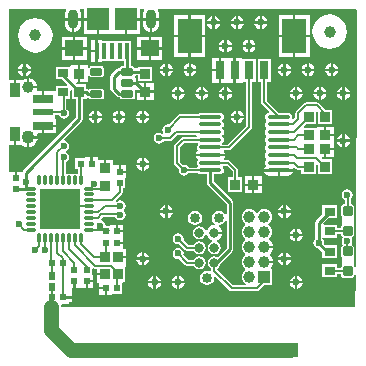
<source format=gtl>
G04*
G04 #@! TF.GenerationSoftware,Altium Limited,Altium Designer,18.1.6 (161)*
G04*
G04 Layer_Physical_Order=1*
G04 Layer_Color=255*
%FSLAX44Y44*%
%MOMM*%
G71*
G01*
G75*
%ADD10C,0.2000*%
%ADD11C,0.2500*%
%ADD19R,0.9300X0.7900*%
%ADD20R,0.9200X0.9300*%
%ADD21R,0.9300X0.9200*%
%ADD22O,2.0000X0.3500*%
%ADD23R,0.6100X0.6300*%
%ADD24O,0.8500X0.3000*%
%ADD25O,0.3000X0.8500*%
%ADD26R,3.5000X3.5000*%
%ADD27R,0.8500X0.9500*%
%ADD28R,0.6300X0.6100*%
%ADD29R,0.5000X0.6500*%
G04:AMPARAMS|DCode=30|XSize=0.8mm|YSize=0.8mm|CornerRadius=0.1mm|HoleSize=0mm|Usage=FLASHONLY|Rotation=90.000|XOffset=0mm|YOffset=0mm|HoleType=Round|Shape=RoundedRectangle|*
%AMROUNDEDRECTD30*
21,1,0.8000,0.6000,0,0,90.0*
21,1,0.6000,0.8000,0,0,90.0*
1,1,0.2000,0.3000,0.3000*
1,1,0.2000,0.3000,-0.3000*
1,1,0.2000,-0.3000,-0.3000*
1,1,0.2000,-0.3000,0.3000*
%
%ADD30ROUNDEDRECTD30*%
%ADD31R,1.8000X0.7500*%
%ADD32R,1.8000X0.6000*%
%ADD33R,0.9000X1.3000*%
G04:AMPARAMS|DCode=34|XSize=0.6mm|YSize=1mm|CornerRadius=0.075mm|HoleSize=0mm|Usage=FLASHONLY|Rotation=90.000|XOffset=0mm|YOffset=0mm|HoleType=Round|Shape=RoundedRectangle|*
%AMROUNDEDRECTD34*
21,1,0.6000,0.8500,0,0,90.0*
21,1,0.4500,1.0000,0,0,90.0*
1,1,0.1500,0.4250,0.2250*
1,1,0.1500,0.4250,-0.2250*
1,1,0.1500,-0.4250,-0.2250*
1,1,0.1500,-0.4250,0.2250*
%
%ADD34ROUNDEDRECTD34*%
%ADD35R,0.8000X1.6000*%
%ADD36R,2.1000X3.0000*%
%ADD37R,0.4000X1.3500*%
%ADD38R,1.9000X1.9000*%
%ADD39R,1.6000X1.4000*%
%ADD62C,0.8500*%
%ADD67C,0.8000*%
%ADD68C,0.1800*%
%ADD69C,0.1530*%
%ADD70C,1.2700*%
%ADD71R,0.7000X1.2700*%
%ADD72C,1.1000*%
%ADD73C,1.0000*%
%ADD74O,0.9000X1.6000*%
%ADD75R,1.0000X1.0000*%
%ADD76C,0.6000*%
%ADD77C,0.6096*%
G36*
X297433Y296551D02*
X296328Y78703D01*
X295057Y78581D01*
X294915Y79295D01*
X294560Y79827D01*
Y87813D01*
X294915Y88345D01*
X295109Y89320D01*
Y95320D01*
X294915Y96295D01*
X294362Y97122D01*
X293535Y97675D01*
X293112Y99054D01*
X293239Y99244D01*
X293588Y101000D01*
X293239Y102756D01*
X293153Y102884D01*
X293535Y104255D01*
X294362Y104808D01*
X294915Y105635D01*
X295109Y106610D01*
Y112610D01*
X294915Y113585D01*
X294560Y114117D01*
Y122103D01*
X294915Y122635D01*
X295109Y123610D01*
Y129610D01*
X294915Y130585D01*
X294362Y131412D01*
X293535Y131965D01*
X292560Y132159D01*
X292007D01*
Y136530D01*
X292344Y136756D01*
X293339Y138244D01*
X293688Y140000D01*
X293339Y141756D01*
X292344Y143244D01*
X290856Y144239D01*
X289100Y144588D01*
X287344Y144239D01*
X285856Y143244D01*
X284861Y141756D01*
X284512Y140000D01*
X284861Y138244D01*
X285856Y136756D01*
X287113Y135916D01*
Y132159D01*
X286560D01*
X285585Y131965D01*
X284758Y131412D01*
X284205Y130585D01*
X284011Y129610D01*
Y123610D01*
X284205Y122635D01*
X284560Y122103D01*
Y114117D01*
X284205Y113585D01*
X284011Y112610D01*
Y112057D01*
X280470D01*
Y114780D01*
X269131D01*
X268605Y116050D01*
X272835Y120280D01*
X280470D01*
Y131180D01*
X268170D01*
Y123545D01*
X263017Y118393D01*
X262410Y117483D01*
X262196Y116410D01*
Y102539D01*
X261756Y102244D01*
X260761Y100756D01*
X260412Y99000D01*
X260761Y97244D01*
X261756Y95756D01*
X263244Y94761D01*
X265000Y94412D01*
X265520Y94515D01*
X268130Y91905D01*
Y86570D01*
X280430D01*
Y97470D01*
X270495D01*
X269485Y98480D01*
X269588Y99000D01*
X269239Y100756D01*
X268244Y102244D01*
X267804Y102539D01*
Y102762D01*
X268170Y103880D01*
X269074Y103880D01*
X280470D01*
Y107163D01*
X284011D01*
Y106610D01*
X284205Y105635D01*
X284758Y104808D01*
X285585Y104255D01*
X285653Y104090D01*
X284761Y102756D01*
X284412Y101000D01*
X284761Y99244D01*
X285088Y98755D01*
X285585Y97675D01*
X284758Y97122D01*
X284205Y96295D01*
X284011Y95320D01*
Y89320D01*
X284205Y88345D01*
X284560Y87813D01*
Y79827D01*
X284205Y79295D01*
X284011Y78320D01*
Y77767D01*
X280430D01*
Y81070D01*
X268130D01*
Y70170D01*
X280430D01*
Y72873D01*
X284011D01*
Y72320D01*
X284205Y71345D01*
X284758Y70518D01*
X285585Y69965D01*
X286560Y69771D01*
X292560D01*
X293535Y69965D01*
X294362Y70518D01*
X294915Y71345D01*
X295023Y71888D01*
X296292Y71760D01*
X296159Y45400D01*
X47107D01*
X46737Y46670D01*
X47605Y47690D01*
X53891D01*
Y49000D01*
X56369D01*
Y61340D01*
X57215D01*
Y66890D01*
X59215D01*
Y61340D01*
X67658D01*
Y66890D01*
X68658D01*
Y67890D01*
X74308D01*
Y72440D01*
X73308D01*
Y77312D01*
X74578Y77991D01*
X74790Y77849D01*
X75727Y77663D01*
X76961D01*
Y73760D01*
X83711D01*
Y71760D01*
X76961D01*
Y65510D01*
X79311D01*
Y61960D01*
X84861D01*
Y60960D01*
X85861D01*
Y55310D01*
X90411D01*
Y56310D01*
X98611D01*
Y65610D01*
X99504Y66510D01*
X100961D01*
Y79010D01*
X101613Y80010D01*
X101961D01*
Y86260D01*
X95211D01*
Y88260D01*
X101961D01*
Y94510D01*
X99611D01*
Y98060D01*
X94061D01*
Y100060D01*
X99611D01*
Y103570D01*
Y108220D01*
X94061D01*
Y109220D01*
X93061D01*
Y114870D01*
X88511D01*
Y113870D01*
X84761D01*
X84588Y114081D01*
X84239Y115837D01*
X83244Y117325D01*
X81756Y118320D01*
X81169Y118437D01*
X80751Y119815D01*
X82014Y121077D01*
X92946D01*
X93756Y119866D01*
X95244Y118871D01*
X97000Y118522D01*
X98756Y118871D01*
X100244Y119866D01*
X101239Y121354D01*
X101588Y123110D01*
X101239Y124866D01*
X100244Y126354D01*
X100146Y126420D01*
Y127690D01*
X100244Y127756D01*
X101239Y129244D01*
X101588Y131000D01*
X101239Y132756D01*
X100244Y134244D01*
X98756Y135239D01*
X97000Y135588D01*
X95244Y135239D01*
X93817Y134285D01*
X93732Y134248D01*
X93335Y135594D01*
X98250Y140510D01*
X98781Y141304D01*
X98967Y142240D01*
Y145790D01*
X101170D01*
Y153990D01*
X102170D01*
Y158540D01*
X96520D01*
Y159540D01*
X95520D01*
Y165090D01*
X90970D01*
Y169520D01*
X84820D01*
Y162420D01*
X82820D01*
Y169520D01*
X78250D01*
Y172020D01*
X73700D01*
Y166370D01*
X71700D01*
Y172020D01*
X67150D01*
Y171020D01*
X58950D01*
Y161720D01*
X61272D01*
Y158488D01*
X60002Y157809D01*
X59752Y157976D01*
X58581Y158209D01*
X57411Y157976D01*
X56418Y157313D01*
X55744D01*
X54752Y157976D01*
X53581Y158209D01*
X52411Y157976D01*
X52298Y157901D01*
X51028Y158580D01*
Y167943D01*
X52244Y168756D01*
X53239Y170244D01*
X53588Y172000D01*
X53239Y173756D01*
X52244Y175244D01*
X50943Y176113D01*
X50840Y176805D01*
X50943Y177496D01*
X52244Y178366D01*
X53239Y179854D01*
X53588Y181610D01*
X53239Y183366D01*
X52244Y184854D01*
X50756Y185849D01*
X49868Y186026D01*
X49450Y187404D01*
X64213Y202166D01*
X64820Y203076D01*
X65034Y204149D01*
Y221300D01*
X68380D01*
Y221420D01*
X69391Y222340D01*
X69592Y222337D01*
X70658Y222086D01*
X70998Y221578D01*
X71742Y221081D01*
X72620Y220906D01*
X81120D01*
X81998Y221081D01*
X82742Y221578D01*
X83239Y222322D01*
X83414Y223200D01*
Y227700D01*
X83239Y228578D01*
X82742Y229322D01*
X81998Y229819D01*
X81120Y229994D01*
X72620D01*
X71742Y229819D01*
X70998Y229322D01*
X70038Y229228D01*
X69843Y229423D01*
X68933Y230030D01*
X68380Y230140D01*
Y233500D01*
X60231D01*
X59703Y234164D01*
X60251Y235400D01*
X61230D01*
Y242500D01*
Y249600D01*
X55080D01*
X54491Y248600D01*
X42191D01*
Y237700D01*
X47895D01*
X52221Y233373D01*
X51735Y232200D01*
X42191D01*
Y227670D01*
X32350D01*
Y221420D01*
X30350D01*
Y227670D01*
X26861D01*
X26156Y228726D01*
X26357Y229212D01*
X26483Y230170D01*
X19050D01*
Y231170D01*
X18050D01*
Y238603D01*
X17092Y238477D01*
X15268Y237721D01*
X14875Y237420D01*
X9050D01*
Y228420D01*
X7050D01*
Y237420D01*
X2549D01*
Y297451D01*
X50759D01*
X51385Y296181D01*
X50886Y295530D01*
X50180Y293827D01*
X49940Y292000D01*
Y289500D01*
X57000D01*
X64060D01*
Y292000D01*
X63820Y293827D01*
X63115Y295530D01*
X62615Y296181D01*
X63241Y297451D01*
X66000D01*
Y289500D01*
X78000D01*
Y288500D01*
X79000D01*
Y276500D01*
X90000D01*
Y276500D01*
X90000D01*
Y276500D01*
X101000D01*
Y288500D01*
X102000D01*
Y289500D01*
X114000D01*
Y297451D01*
X116759D01*
X117385Y296181D01*
X116885Y295530D01*
X116180Y293827D01*
X115940Y292000D01*
Y289500D01*
X123000D01*
X130060D01*
Y292000D01*
X129820Y293827D01*
X129115Y295530D01*
X128615Y296181D01*
X129241Y297451D01*
X296538D01*
X297433Y296551D01*
D02*
G37*
G36*
X56080Y228728D02*
Y221300D01*
X59426D01*
Y205310D01*
X15017Y160902D01*
X14410Y159992D01*
X14318Y159530D01*
X9890D01*
Y153980D01*
X7890D01*
Y159530D01*
X3240D01*
X2549Y160514D01*
Y182420D01*
X7050D01*
Y191420D01*
X9050D01*
Y182420D01*
X14054D01*
X15015Y181682D01*
X16962Y180876D01*
X18050Y180733D01*
Y188670D01*
X19050D01*
Y189670D01*
X26987D01*
X26844Y190758D01*
X26697Y191114D01*
X27402Y192170D01*
X30350D01*
Y198420D01*
X31350D01*
Y199420D01*
X42850D01*
Y204670D01*
X42809D01*
X41850Y205420D01*
Y207473D01*
X44716D01*
X44761Y207244D01*
X45756Y205756D01*
X47244Y204761D01*
X49000Y204412D01*
X50756Y204761D01*
X52244Y205756D01*
X53239Y207244D01*
X53588Y209000D01*
X53239Y210756D01*
X52244Y212244D01*
X51447Y212777D01*
Y221300D01*
X54491D01*
Y228286D01*
X55761Y228950D01*
X56080Y228728D01*
D02*
G37*
%LPC*%
G36*
X217000Y291409D02*
Y287000D01*
X221409D01*
X221181Y288146D01*
X219965Y289966D01*
X218146Y291181D01*
X217000Y291409D01*
D02*
G37*
G36*
X215000D02*
X213854Y291181D01*
X212035Y289966D01*
X210819Y288146D01*
X210591Y287000D01*
X215000D01*
Y291409D01*
D02*
G37*
G36*
X197000D02*
Y287000D01*
X201409D01*
X201181Y288146D01*
X199965Y289966D01*
X198146Y291181D01*
X197000Y291409D01*
D02*
G37*
G36*
X195000D02*
X193854Y291181D01*
X192035Y289966D01*
X190819Y288146D01*
X190591Y287000D01*
X195000D01*
Y291409D01*
D02*
G37*
G36*
X177000D02*
Y287000D01*
X181409D01*
X181181Y288146D01*
X179965Y289966D01*
X178146Y291181D01*
X177000Y291409D01*
D02*
G37*
G36*
X175000D02*
X173854Y291181D01*
X172035Y289966D01*
X170819Y288146D01*
X170591Y287000D01*
X175000D01*
Y291409D01*
D02*
G37*
G36*
X221409Y285000D02*
X217000D01*
Y280592D01*
X218146Y280819D01*
X219965Y282035D01*
X221181Y283854D01*
X221409Y285000D01*
D02*
G37*
G36*
X215000D02*
X210591D01*
X210819Y283854D01*
X212035Y282035D01*
X213854Y280819D01*
X215000Y280592D01*
Y285000D01*
D02*
G37*
G36*
X201409D02*
X197000D01*
Y280592D01*
X198146Y280819D01*
X199965Y282035D01*
X201181Y283854D01*
X201409Y285000D01*
D02*
G37*
G36*
X195000D02*
X190591D01*
X190819Y283854D01*
X192035Y282035D01*
X193854Y280819D01*
X195000Y280592D01*
Y285000D01*
D02*
G37*
G36*
X181409D02*
X177000D01*
Y280592D01*
X178146Y280819D01*
X179965Y282035D01*
X181181Y283854D01*
X181409Y285000D01*
D02*
G37*
G36*
X175000D02*
X170591D01*
X170819Y283854D01*
X172035Y282035D01*
X173854Y280819D01*
X175000Y280592D01*
Y285000D01*
D02*
G37*
G36*
X64060Y287500D02*
X58000D01*
Y278071D01*
X58827Y278180D01*
X60530Y278885D01*
X61992Y280008D01*
X63115Y281470D01*
X63820Y283173D01*
X64060Y285000D01*
Y287500D01*
D02*
G37*
G36*
X130060D02*
X124000D01*
Y278071D01*
X124827Y278180D01*
X126530Y278885D01*
X127992Y280008D01*
X129115Y281470D01*
X129820Y283173D01*
X130060Y285000D01*
Y287500D01*
D02*
G37*
G36*
X122000D02*
X115940D01*
Y285000D01*
X116180Y283173D01*
X116885Y281470D01*
X118008Y280008D01*
X119470Y278885D01*
X121173Y278180D01*
X122000Y278071D01*
Y287500D01*
D02*
G37*
G36*
X56000D02*
X49940D01*
Y285000D01*
X50180Y283173D01*
X50886Y281470D01*
X52007Y280008D01*
X53470Y278885D01*
X55173Y278180D01*
X56000Y278071D01*
Y287500D01*
D02*
G37*
G36*
X114000D02*
X103000D01*
Y276500D01*
X114000D01*
Y287500D01*
D02*
G37*
G36*
X77000D02*
X66000D01*
Y276500D01*
X77000D01*
Y287500D01*
D02*
G37*
G36*
X257250Y292000D02*
X245250D01*
Y275500D01*
X257250D01*
Y292000D01*
D02*
G37*
G36*
X168750D02*
X156750D01*
Y275500D01*
X168750D01*
Y292000D01*
D02*
G37*
G36*
X154750D02*
X142750D01*
Y275500D01*
X154750D01*
Y292000D01*
D02*
G37*
G36*
X243250D02*
X231250D01*
Y275500D01*
X243250D01*
Y292000D01*
D02*
G37*
G36*
X207000Y271409D02*
Y267000D01*
X211409D01*
X211181Y268146D01*
X209965Y269966D01*
X208146Y271181D01*
X207000Y271409D01*
D02*
G37*
G36*
X205000D02*
X203854Y271181D01*
X202035Y269966D01*
X200819Y268146D01*
X200591Y267000D01*
X205000D01*
Y271409D01*
D02*
G37*
G36*
X187000D02*
Y267000D01*
X191409D01*
X191181Y268146D01*
X189965Y269966D01*
X188146Y271181D01*
X187000Y271409D01*
D02*
G37*
G36*
X185000D02*
X183854Y271181D01*
X182035Y269966D01*
X180819Y268146D01*
X180591Y267000D01*
X185000D01*
Y271409D01*
D02*
G37*
G36*
X132500Y273500D02*
X123000D01*
Y265000D01*
X132500D01*
Y273500D01*
D02*
G37*
G36*
X68500D02*
X59000D01*
Y265000D01*
X68500D01*
Y273500D01*
D02*
G37*
G36*
X57000D02*
X47500D01*
Y265000D01*
X57000D01*
Y273500D01*
D02*
G37*
G36*
X121000D02*
X111500D01*
Y265000D01*
X121000D01*
Y273500D01*
D02*
G37*
G36*
X274320Y292755D02*
X270535Y292257D01*
X267007Y290796D01*
X263979Y288472D01*
X261654Y285443D01*
X260193Y281915D01*
X259695Y278130D01*
X260193Y274345D01*
X261654Y270817D01*
X263979Y267789D01*
X267007Y265464D01*
X270535Y264003D01*
X274320Y263505D01*
X278105Y264003D01*
X281633Y265464D01*
X284662Y267789D01*
X286986Y270817D01*
X288447Y274345D01*
X288945Y278130D01*
X288447Y281915D01*
X286986Y285443D01*
X284662Y288472D01*
X281633Y290796D01*
X278105Y292257D01*
X274320Y292755D01*
D02*
G37*
G36*
X76000Y271000D02*
X72500D01*
Y262750D01*
X76000D01*
Y271000D01*
D02*
G37*
G36*
X211409Y265000D02*
X207000D01*
Y260592D01*
X208146Y260819D01*
X209965Y262035D01*
X211181Y263854D01*
X211409Y265000D01*
D02*
G37*
G36*
X205000D02*
X200591D01*
X200819Y263854D01*
X202035Y262035D01*
X203854Y260819D01*
X205000Y260592D01*
Y265000D01*
D02*
G37*
G36*
X191409D02*
X187000D01*
Y260592D01*
X188146Y260819D01*
X189965Y262035D01*
X191181Y263854D01*
X191409Y265000D01*
D02*
G37*
G36*
X185000D02*
X180591D01*
X180819Y263854D01*
X182035Y262035D01*
X183854Y260819D01*
X185000Y260592D01*
Y265000D01*
D02*
G37*
G36*
X25000Y289625D02*
X21215Y289127D01*
X17687Y287666D01*
X14658Y285341D01*
X12334Y282313D01*
X10873Y278785D01*
X10375Y275000D01*
X10873Y271215D01*
X12334Y267687D01*
X14658Y264659D01*
X17687Y262334D01*
X21215Y260873D01*
X25000Y260375D01*
X28785Y260873D01*
X32313Y262334D01*
X35341Y264659D01*
X37666Y267687D01*
X39127Y271215D01*
X39625Y275000D01*
X39127Y278785D01*
X37666Y282313D01*
X35341Y285341D01*
X32313Y287666D01*
X28785Y289127D01*
X25000Y289625D01*
D02*
G37*
G36*
X257250Y273500D02*
X245250D01*
Y257000D01*
X257250D01*
Y273500D01*
D02*
G37*
G36*
X243250D02*
X231250D01*
Y257000D01*
X243250D01*
Y273500D01*
D02*
G37*
G36*
X168750D02*
X156750D01*
Y257000D01*
X168750D01*
Y273500D01*
D02*
G37*
G36*
X154750D02*
X142750D01*
Y257000D01*
X154750D01*
Y273500D01*
D02*
G37*
G36*
X132500Y263000D02*
X123000D01*
Y254500D01*
X132500D01*
Y263000D01*
D02*
G37*
G36*
X121000D02*
X111500D01*
Y254500D01*
X121000D01*
Y263000D01*
D02*
G37*
G36*
X68500D02*
X59000D01*
Y254500D01*
X68500D01*
Y263000D01*
D02*
G37*
G36*
X57000D02*
X47500D01*
Y254500D01*
X57000D01*
Y263000D01*
D02*
G37*
G36*
X76000Y260750D02*
X72500D01*
Y252500D01*
X76000D01*
Y260750D01*
D02*
G37*
G36*
X277000Y251409D02*
Y247000D01*
X281409D01*
X281181Y248146D01*
X279966Y249965D01*
X278146Y251181D01*
X277000Y251409D01*
D02*
G37*
G36*
X275000D02*
X273854Y251181D01*
X272035Y249965D01*
X270819Y248146D01*
X270592Y247000D01*
X275000D01*
Y251409D01*
D02*
G37*
G36*
X257000D02*
Y247000D01*
X261409D01*
X261181Y248146D01*
X259965Y249965D01*
X258146Y251181D01*
X257000Y251409D01*
D02*
G37*
G36*
X255000D02*
X253854Y251181D01*
X252035Y249965D01*
X250819Y248146D01*
X250591Y247000D01*
X255000D01*
Y251409D01*
D02*
G37*
G36*
X237000D02*
Y247000D01*
X241409D01*
X241181Y248146D01*
X239965Y249965D01*
X238146Y251181D01*
X237000Y251409D01*
D02*
G37*
G36*
X235000D02*
X233854Y251181D01*
X232035Y249965D01*
X230819Y248146D01*
X230591Y247000D01*
X235000D01*
Y251409D01*
D02*
G37*
G36*
X157000D02*
Y247000D01*
X161409D01*
X161181Y248146D01*
X159965Y249965D01*
X158146Y251181D01*
X157000Y251409D01*
D02*
G37*
G36*
X155000D02*
X153854Y251181D01*
X152035Y249965D01*
X150819Y248146D01*
X150591Y247000D01*
X155000D01*
Y251409D01*
D02*
G37*
G36*
X137000D02*
Y247000D01*
X141409D01*
X141181Y248146D01*
X139965Y249965D01*
X138146Y251181D01*
X137000Y251409D01*
D02*
G37*
G36*
X135000D02*
X133854Y251181D01*
X132035Y249965D01*
X130819Y248146D01*
X130591Y247000D01*
X135000D01*
Y251409D01*
D02*
G37*
G36*
X17000D02*
Y247000D01*
X21409D01*
X21181Y248146D01*
X19965Y249965D01*
X18146Y251181D01*
X17000Y251409D01*
D02*
G37*
G36*
X15000D02*
X13854Y251181D01*
X12035Y249965D01*
X10819Y248146D01*
X10591Y247000D01*
X15000D01*
Y251409D01*
D02*
G37*
G36*
X180250Y256000D02*
X174750D01*
Y246500D01*
X180250D01*
Y256000D01*
D02*
G37*
G36*
X281409Y245000D02*
X277000D01*
Y240591D01*
X278146Y240819D01*
X279966Y242035D01*
X281181Y243854D01*
X281409Y245000D01*
D02*
G37*
G36*
X275000D02*
X270592D01*
X270819Y243854D01*
X272035Y242035D01*
X273854Y240819D01*
X275000Y240591D01*
Y245000D01*
D02*
G37*
G36*
X261409D02*
X257000D01*
Y240591D01*
X258146Y240819D01*
X259965Y242035D01*
X261181Y243854D01*
X261409Y245000D01*
D02*
G37*
G36*
X255000D02*
X250591D01*
X250819Y243854D01*
X252035Y242035D01*
X253854Y240819D01*
X255000Y240591D01*
Y245000D01*
D02*
G37*
G36*
X241409D02*
X237000D01*
Y240591D01*
X238146Y240819D01*
X239965Y242035D01*
X241181Y243854D01*
X241409Y245000D01*
D02*
G37*
G36*
X235000D02*
X230591D01*
X230819Y243854D01*
X232035Y242035D01*
X233854Y240819D01*
X235000Y240591D01*
Y245000D01*
D02*
G37*
G36*
X161409D02*
X157000D01*
Y240591D01*
X158146Y240819D01*
X159965Y242035D01*
X161181Y243854D01*
X161409Y245000D01*
D02*
G37*
G36*
X155000D02*
X150591D01*
X150819Y243854D01*
X152035Y242035D01*
X153854Y240819D01*
X155000Y240591D01*
Y245000D01*
D02*
G37*
G36*
X141409D02*
X137000D01*
Y240591D01*
X138146Y240819D01*
X139965Y242035D01*
X141181Y243854D01*
X141409Y245000D01*
D02*
G37*
G36*
X135000D02*
X130591D01*
X130819Y243854D01*
X132035Y242035D01*
X133854Y240819D01*
X135000Y240591D01*
Y245000D01*
D02*
G37*
G36*
X21409D02*
X17000D01*
Y240591D01*
X18146Y240819D01*
X19965Y242035D01*
X21181Y243854D01*
X21409Y245000D01*
D02*
G37*
G36*
X15000D02*
X10591D01*
X10819Y243854D01*
X12035Y242035D01*
X13854Y240819D01*
X15000Y240591D01*
Y245000D01*
D02*
G37*
G36*
X69380Y249600D02*
X63230D01*
Y242500D01*
Y235400D01*
X69380D01*
Y240887D01*
X69585Y240967D01*
X70650Y241098D01*
X70998Y240578D01*
X71742Y240081D01*
X72620Y239906D01*
X81120D01*
X81998Y240081D01*
X82742Y240578D01*
X83239Y241322D01*
X83414Y242200D01*
Y246700D01*
X83239Y247578D01*
X82742Y248322D01*
X81998Y248819D01*
X81120Y248994D01*
X72620D01*
X71742Y248819D01*
X70998Y248322D01*
X70650Y247801D01*
X69585Y247933D01*
X69380Y248013D01*
Y249600D01*
D02*
G37*
G36*
X81500Y271000D02*
X78000D01*
Y261750D01*
Y252500D01*
X81500D01*
Y253500D01*
X100196D01*
Y248994D01*
X98620D01*
X97742Y248819D01*
X96998Y248322D01*
X96501Y247578D01*
X96436Y247254D01*
X95877D01*
X94804Y247040D01*
X93894Y246433D01*
X89457Y241996D01*
X88850Y241086D01*
X88636Y240013D01*
Y229831D01*
X88850Y228758D01*
X89457Y227848D01*
X93838Y223467D01*
X94748Y222860D01*
X95821Y222646D01*
X96436D01*
X96501Y222322D01*
X96998Y221578D01*
X97742Y221081D01*
X98620Y220906D01*
X107120D01*
X107998Y221081D01*
X108742Y221578D01*
X109239Y222322D01*
X109414Y223200D01*
Y227700D01*
X109239Y228578D01*
X109192Y228648D01*
X109292Y229506D01*
X109690Y229804D01*
X110960Y229169D01*
Y228400D01*
X117110D01*
Y234500D01*
X111704D01*
X110960Y234500D01*
X110434Y235552D01*
Y237200D01*
X110181Y238468D01*
X109463Y239543D01*
X109567Y240719D01*
X110316Y241646D01*
X111960D01*
Y236400D01*
X124260D01*
Y248600D01*
X111960D01*
Y247254D01*
X109304D01*
X109239Y247578D01*
X108742Y248322D01*
X107998Y248819D01*
X107120Y248994D01*
X105804D01*
Y253500D01*
X106500D01*
Y270000D01*
X81500D01*
Y271000D01*
D02*
G37*
G36*
X180250Y244500D02*
X174750D01*
Y235000D01*
X180250D01*
Y244500D01*
D02*
G37*
G36*
X192750Y256000D02*
X182250D01*
Y245500D01*
Y235000D01*
X192750D01*
Y245500D01*
Y256000D01*
D02*
G37*
G36*
X20050Y238603D02*
Y232170D01*
X26483D01*
X26357Y233128D01*
X25601Y234952D01*
X24399Y236519D01*
X22832Y237721D01*
X21008Y238477D01*
X20050Y238603D01*
D02*
G37*
G36*
X119110Y234500D02*
Y228400D01*
X125260D01*
Y234500D01*
X119110D01*
D02*
G37*
G36*
X287000Y231409D02*
Y227000D01*
X291409D01*
X291181Y228146D01*
X289966Y229965D01*
X288146Y231181D01*
X287000Y231409D01*
D02*
G37*
G36*
X285000D02*
X283854Y231181D01*
X282035Y229965D01*
X280819Y228146D01*
X280592Y227000D01*
X285000D01*
Y231409D01*
D02*
G37*
G36*
X267000D02*
Y227000D01*
X271409D01*
X271181Y228146D01*
X269966Y229965D01*
X268146Y231181D01*
X267000Y231409D01*
D02*
G37*
G36*
X265000D02*
X263854Y231181D01*
X262035Y229965D01*
X260819Y228146D01*
X260592Y227000D01*
X265000D01*
Y231409D01*
D02*
G37*
G36*
X247000D02*
Y227000D01*
X251409D01*
X251181Y228146D01*
X249965Y229965D01*
X248146Y231181D01*
X247000Y231409D01*
D02*
G37*
G36*
X245000D02*
X243854Y231181D01*
X242035Y229965D01*
X240819Y228146D01*
X240591Y227000D01*
X245000D01*
Y231409D01*
D02*
G37*
G36*
X187000D02*
Y227000D01*
X191409D01*
X191181Y228146D01*
X189965Y229965D01*
X188146Y231181D01*
X187000Y231409D01*
D02*
G37*
G36*
X185000D02*
X183854Y231181D01*
X182035Y229965D01*
X180819Y228146D01*
X180591Y227000D01*
X185000D01*
Y231409D01*
D02*
G37*
G36*
X167000D02*
Y227000D01*
X171409D01*
X171181Y228146D01*
X169965Y229965D01*
X168146Y231181D01*
X167000Y231409D01*
D02*
G37*
G36*
X165000D02*
X163854Y231181D01*
X162035Y229965D01*
X160819Y228146D01*
X160591Y227000D01*
X165000D01*
Y231409D01*
D02*
G37*
G36*
X147000D02*
Y227000D01*
X151409D01*
X151181Y228146D01*
X149965Y229965D01*
X148146Y231181D01*
X147000Y231409D01*
D02*
G37*
G36*
X145000D02*
X143854Y231181D01*
X142035Y229965D01*
X140819Y228146D01*
X140591Y227000D01*
X145000D01*
Y231409D01*
D02*
G37*
G36*
X291409Y225000D02*
X287000D01*
Y220591D01*
X288146Y220819D01*
X289966Y222035D01*
X291181Y223854D01*
X291409Y225000D01*
D02*
G37*
G36*
X285000D02*
X280592D01*
X280819Y223854D01*
X282035Y222035D01*
X283854Y220819D01*
X285000Y220591D01*
Y225000D01*
D02*
G37*
G36*
X271409D02*
X267000D01*
Y220591D01*
X268146Y220819D01*
X269966Y222035D01*
X271181Y223854D01*
X271409Y225000D01*
D02*
G37*
G36*
X265000D02*
X260592D01*
X260819Y223854D01*
X262035Y222035D01*
X263854Y220819D01*
X265000Y220591D01*
Y225000D01*
D02*
G37*
G36*
X251409D02*
X247000D01*
Y220591D01*
X248146Y220819D01*
X249965Y222035D01*
X251181Y223854D01*
X251409Y225000D01*
D02*
G37*
G36*
X245000D02*
X240591D01*
X240819Y223854D01*
X242035Y222035D01*
X243854Y220819D01*
X245000Y220591D01*
Y225000D01*
D02*
G37*
G36*
X191409D02*
X187000D01*
Y220591D01*
X188146Y220819D01*
X189965Y222035D01*
X191181Y223854D01*
X191409Y225000D01*
D02*
G37*
G36*
X185000D02*
X180591D01*
X180819Y223854D01*
X182035Y222035D01*
X183854Y220819D01*
X185000Y220591D01*
Y225000D01*
D02*
G37*
G36*
X171409D02*
X167000D01*
Y220591D01*
X168146Y220819D01*
X169965Y222035D01*
X171181Y223854D01*
X171409Y225000D01*
D02*
G37*
G36*
X165000D02*
X160591D01*
X160819Y223854D01*
X162035Y222035D01*
X163854Y220819D01*
X165000Y220591D01*
Y225000D01*
D02*
G37*
G36*
X151409D02*
X147000D01*
Y220591D01*
X148146Y220819D01*
X149965Y222035D01*
X151181Y223854D01*
X151409Y225000D01*
D02*
G37*
G36*
X145000D02*
X140591D01*
X140819Y223854D01*
X142035Y222035D01*
X143854Y220819D01*
X145000Y220591D01*
Y225000D01*
D02*
G37*
G36*
X125260Y226400D02*
X119110D01*
Y220300D01*
X125260D01*
Y226400D01*
D02*
G37*
G36*
X117110D02*
X110960D01*
Y220300D01*
X117110D01*
Y226400D01*
D02*
G37*
G36*
X197000Y211409D02*
Y207000D01*
X201409D01*
X201181Y208146D01*
X199965Y209965D01*
X198146Y211181D01*
X197000Y211409D01*
D02*
G37*
G36*
X195000D02*
X193854Y211181D01*
X192035Y209965D01*
X190819Y208146D01*
X190591Y207000D01*
X195000D01*
Y211409D01*
D02*
G37*
G36*
X117000D02*
Y207000D01*
X121409D01*
X121181Y208146D01*
X119965Y209965D01*
X118146Y211181D01*
X117000Y211409D01*
D02*
G37*
G36*
X115000D02*
X113854Y211181D01*
X112035Y209965D01*
X110819Y208146D01*
X110591Y207000D01*
X115000D01*
Y211409D01*
D02*
G37*
G36*
X97000D02*
Y207000D01*
X101409D01*
X101181Y208146D01*
X99965Y209965D01*
X98146Y211181D01*
X97000Y211409D01*
D02*
G37*
G36*
X95000D02*
X93854Y211181D01*
X92035Y209965D01*
X90819Y208146D01*
X90591Y207000D01*
X95000D01*
Y211409D01*
D02*
G37*
G36*
X77000D02*
Y207000D01*
X81409D01*
X81181Y208146D01*
X79965Y209965D01*
X78146Y211181D01*
X77000Y211409D01*
D02*
G37*
G36*
X75000D02*
X73854Y211181D01*
X72035Y209965D01*
X70819Y208146D01*
X70591Y207000D01*
X75000D01*
Y211409D01*
D02*
G37*
G36*
X201409Y205000D02*
X197000D01*
Y200591D01*
X198146Y200819D01*
X199965Y202035D01*
X201181Y203854D01*
X201409Y205000D01*
D02*
G37*
G36*
X195000D02*
X190591D01*
X190819Y203854D01*
X192035Y202035D01*
X193854Y200819D01*
X195000Y200591D01*
Y205000D01*
D02*
G37*
G36*
X121409D02*
X117000D01*
Y200591D01*
X118146Y200819D01*
X119965Y202035D01*
X121181Y203854D01*
X121409Y205000D01*
D02*
G37*
G36*
X115000D02*
X110591D01*
X110819Y203854D01*
X112035Y202035D01*
X113854Y200819D01*
X115000Y200591D01*
Y205000D01*
D02*
G37*
G36*
X101409D02*
X97000D01*
Y200591D01*
X98146Y200819D01*
X99965Y202035D01*
X101181Y203854D01*
X101409Y205000D01*
D02*
G37*
G36*
X95000D02*
X90591D01*
X90819Y203854D01*
X92035Y202035D01*
X93854Y200819D01*
X95000Y200591D01*
Y205000D01*
D02*
G37*
G36*
X81409D02*
X77000D01*
Y200591D01*
X78146Y200819D01*
X79965Y202035D01*
X81181Y203854D01*
X81409Y205000D01*
D02*
G37*
G36*
X75000D02*
X70591D01*
X70819Y203854D01*
X72035Y202035D01*
X73854Y200819D01*
X75000Y200591D01*
Y205000D01*
D02*
G37*
G36*
X224250Y255000D02*
X213250D01*
Y236000D01*
X216303D01*
Y218580D01*
X216489Y217644D01*
X217020Y216850D01*
X223239Y210631D01*
X222623Y209450D01*
X221622Y209251D01*
X220547Y208533D01*
X219829Y207458D01*
X219576Y206190D01*
X219829Y204922D01*
X220547Y203847D01*
X220761Y203704D01*
Y202176D01*
X220547Y202033D01*
X219829Y200958D01*
X219576Y199690D01*
X219829Y198422D01*
X220547Y197347D01*
X220761Y197204D01*
Y195676D01*
X220547Y195533D01*
X219829Y194458D01*
X219576Y193190D01*
X219829Y191922D01*
X220547Y190847D01*
X220761Y190704D01*
Y189176D01*
X220547Y189033D01*
X219829Y187958D01*
X219576Y186690D01*
X219829Y185422D01*
X220547Y184347D01*
X220761Y184204D01*
Y182676D01*
X220547Y182533D01*
X219829Y181458D01*
X219576Y180190D01*
X219829Y178922D01*
X220547Y177847D01*
X220761Y177704D01*
Y176176D01*
X220547Y176033D01*
X219829Y174958D01*
X219576Y173690D01*
X219829Y172422D01*
X220547Y171347D01*
X220761Y171204D01*
Y169676D01*
X220547Y169533D01*
X219829Y168458D01*
X219576Y167190D01*
X219829Y165922D01*
X220547Y164847D01*
Y164236D01*
X219826Y163754D01*
X218887Y162348D01*
X218756Y161690D01*
X231140D01*
X243524D01*
X243393Y162348D01*
X243354Y162407D01*
X243924Y163840D01*
X244125Y163886D01*
X244142Y163878D01*
X245920Y162100D01*
X246714Y161569D01*
X247650Y161383D01*
X250390D01*
Y157870D01*
X262690D01*
Y165583D01*
X263960Y166221D01*
X264360Y165923D01*
Y157800D01*
X276660D01*
Y170000D01*
X268077D01*
X267548Y170664D01*
X268097Y171900D01*
X269510D01*
Y179000D01*
X270510D01*
Y180000D01*
X277660D01*
Y183540D01*
Y189640D01*
X270510D01*
Y190640D01*
X269510D01*
Y197740D01*
X263360D01*
Y197733D01*
X262690Y196740D01*
X252660D01*
X252174Y197913D01*
X253901Y199640D01*
X262690D01*
Y210165D01*
X263880Y210831D01*
X263960Y210835D01*
X264360Y210560D01*
Y199640D01*
X276660D01*
Y211840D01*
X270811D01*
X265020Y217630D01*
X264226Y218161D01*
X263290Y218347D01*
X254000D01*
X253064Y218161D01*
X252270Y217630D01*
X245920Y211280D01*
X245389Y210486D01*
X245203Y209550D01*
Y205484D01*
X242789Y203069D01*
X242723Y203097D01*
X242274Y204657D01*
X242451Y204922D01*
X242704Y206190D01*
X242451Y207458D01*
X241733Y208533D01*
X240658Y209251D01*
X239390Y209504D01*
X231287D01*
X221197Y219594D01*
Y236000D01*
X224250D01*
Y255000D01*
D02*
G37*
G36*
X277660Y197740D02*
X271510D01*
Y191640D01*
X277660D01*
Y197740D01*
D02*
G37*
G36*
X287000Y191409D02*
Y187000D01*
X291409D01*
X291181Y188146D01*
X289966Y189965D01*
X288146Y191181D01*
X287000Y191409D01*
D02*
G37*
G36*
X285000D02*
X283854Y191181D01*
X282035Y189965D01*
X280819Y188146D01*
X280592Y187000D01*
X285000D01*
Y191409D01*
D02*
G37*
G36*
X200250Y256000D02*
X200098Y256000D01*
X194750D01*
Y245500D01*
Y235000D01*
X200250D01*
X200902Y236000D01*
X201520Y236000D01*
X203803D01*
Y198264D01*
X188176Y182637D01*
X183578D01*
X183519Y182676D01*
Y184204D01*
X183733Y184347D01*
X184451Y185422D01*
X184704Y186690D01*
X184451Y187958D01*
X183733Y189033D01*
X183519Y189176D01*
Y190704D01*
X183733Y190847D01*
X184451Y191922D01*
X184704Y193190D01*
X184451Y194458D01*
X183733Y195533D01*
X183519Y195676D01*
Y197204D01*
X183733Y197347D01*
X184451Y198422D01*
X184704Y199690D01*
X184451Y200958D01*
X183733Y202033D01*
X183519Y202176D01*
Y203704D01*
X183733Y203847D01*
X184451Y204922D01*
X184704Y206190D01*
X184451Y207458D01*
X183733Y208533D01*
X182658Y209251D01*
X181390Y209504D01*
X164890D01*
X163622Y209251D01*
X162702Y208637D01*
X147970D01*
X147034Y208451D01*
X146240Y207920D01*
X137941Y199621D01*
X137000Y199808D01*
X135244Y199459D01*
X133756Y198464D01*
X132761Y196976D01*
X132412Y195220D01*
X132761Y193464D01*
X133207Y192796D01*
X132292Y191881D01*
X131756Y192239D01*
X130000Y192588D01*
X128244Y192239D01*
X126756Y191244D01*
X125761Y189756D01*
X125412Y188000D01*
X125761Y186244D01*
X126756Y184756D01*
X128244Y183761D01*
X130000Y183412D01*
X131756Y183761D01*
X133244Y184756D01*
X133777Y185553D01*
X139000D01*
X139936Y185739D01*
X140730Y186270D01*
X145204Y190743D01*
X161322D01*
X161846Y189473D01*
X161507Y189137D01*
X149860D01*
X148924Y188951D01*
X148130Y188420D01*
X143050Y183340D01*
X142519Y182546D01*
X142333Y181610D01*
Y167040D01*
X142519Y166104D01*
X143050Y165310D01*
X146569Y161790D01*
X146412Y161000D01*
X146761Y159244D01*
X147756Y157756D01*
X149244Y156761D01*
X151000Y156412D01*
X152756Y156761D01*
X154244Y157756D01*
X154570Y158243D01*
X162702D01*
X163622Y157629D01*
X164890Y157376D01*
X170336D01*
Y150260D01*
X170550Y149187D01*
X171157Y148277D01*
X187157Y132277D01*
Y123667D01*
X185887Y123282D01*
X184796Y124916D01*
X182811Y126242D01*
X180470Y126707D01*
X178129Y126242D01*
X176144Y124916D01*
X174818Y122931D01*
X174352Y120590D01*
X174818Y118249D01*
X176144Y116264D01*
X176895Y115763D01*
X176671Y114553D01*
X176593Y114437D01*
X174963Y114223D01*
X173382Y113568D01*
X172024Y112526D01*
X170982Y111168D01*
X170461Y109909D01*
X169154Y109970D01*
X169141Y110036D01*
X167925Y111855D01*
X166106Y113071D01*
X163960Y113498D01*
X161814Y113071D01*
X159995Y111855D01*
X158779Y110036D01*
X158352Y107890D01*
X158779Y105744D01*
X159995Y103925D01*
X161814Y102709D01*
X163960Y102282D01*
X166106Y102709D01*
X167925Y103925D01*
X169141Y105744D01*
X169154Y105810D01*
X170461Y105871D01*
X170982Y104612D01*
X172024Y103254D01*
X173382Y102212D01*
X174641Y101691D01*
X174580Y100384D01*
X174514Y100371D01*
X172695Y99155D01*
X171479Y97336D01*
X171052Y95190D01*
X171479Y93044D01*
X172695Y91225D01*
X174514Y90009D01*
X176660Y89582D01*
X178806Y90009D01*
X180625Y91225D01*
X181841Y93044D01*
X182268Y95190D01*
X181841Y97336D01*
X180625Y99155D01*
X178806Y100371D01*
X178740Y100384D01*
X178679Y101691D01*
X179938Y102212D01*
X181296Y103254D01*
X182338Y104612D01*
X182993Y106193D01*
X183084Y106890D01*
X176660D01*
Y108890D01*
X183084D01*
X182993Y109587D01*
X182338Y111168D01*
X181296Y112526D01*
X180349Y113252D01*
X180384Y113605D01*
X180768Y114532D01*
X182811Y114938D01*
X184796Y116264D01*
X185887Y117898D01*
X187157Y117513D01*
Y95161D01*
X179322Y87326D01*
X178806Y87671D01*
X176660Y88098D01*
X174514Y87671D01*
X172695Y86455D01*
X171479Y84636D01*
X171052Y82490D01*
X171479Y80344D01*
X172695Y78525D01*
X174213Y77510D01*
Y75926D01*
X173356Y75316D01*
X172979Y75223D01*
X172651Y75442D01*
X170310Y75908D01*
X167969Y75442D01*
X165984Y74116D01*
X164658Y72131D01*
X164192Y69790D01*
X164658Y67449D01*
X165984Y65464D01*
X167969Y64138D01*
X170310Y63672D01*
X172651Y64138D01*
X174636Y65464D01*
X175962Y67449D01*
X176427Y69790D01*
X176250Y70684D01*
X177420Y71309D01*
X189460Y59270D01*
X190254Y58739D01*
X191190Y58553D01*
X191882Y58691D01*
X213000D01*
X213884Y58866D01*
X214633Y59367D01*
X219366Y64100D01*
X225450D01*
Y77100D01*
X225172D01*
X224621Y78370D01*
X225501Y79518D01*
X226257Y81342D01*
X226383Y82300D01*
X218950D01*
Y84300D01*
X226383D01*
X226257Y85258D01*
X225501Y87082D01*
X224299Y88649D01*
X223822Y89015D01*
Y90285D01*
X224299Y90651D01*
X225501Y92218D01*
X226257Y94042D01*
X226383Y95000D01*
X218950D01*
Y97000D01*
X226383D01*
X226257Y97958D01*
X225501Y99782D01*
X224299Y101349D01*
X223216Y102180D01*
X223090Y103529D01*
X223170Y103745D01*
X223586Y104064D01*
X224628Y105422D01*
X225283Y107003D01*
X225506Y108700D01*
X225283Y110397D01*
X224628Y111978D01*
X223586Y113336D01*
X222228Y114378D01*
Y115722D01*
X223586Y116764D01*
X224628Y118122D01*
X225283Y119703D01*
X225506Y121400D01*
X225283Y123097D01*
X224628Y124678D01*
X223586Y126036D01*
X222228Y127078D01*
X220647Y127733D01*
X218950Y127956D01*
X217253Y127733D01*
X215672Y127078D01*
X214314Y126036D01*
X213272Y124678D01*
X211928D01*
X210886Y126036D01*
X209528Y127078D01*
X207947Y127733D01*
X206250Y127956D01*
X204553Y127733D01*
X202972Y127078D01*
X201614Y126036D01*
X200572Y124678D01*
X199917Y123097D01*
X199694Y121400D01*
X199917Y119703D01*
X200572Y118122D01*
X201614Y116764D01*
X202972Y115722D01*
Y114378D01*
X201614Y113336D01*
X200572Y111978D01*
X199917Y110397D01*
X199694Y108700D01*
X199917Y107003D01*
X200572Y105422D01*
X201614Y104064D01*
X202972Y103022D01*
Y101678D01*
X201614Y100636D01*
X200572Y99278D01*
X199917Y97697D01*
X199694Y96000D01*
X199917Y94303D01*
X200572Y92722D01*
X201614Y91364D01*
X202972Y90322D01*
Y88978D01*
X201614Y87936D01*
X200572Y86578D01*
X199917Y84997D01*
X199694Y83300D01*
X199917Y81603D01*
X200572Y80022D01*
X201614Y78664D01*
X202972Y77622D01*
Y76278D01*
X201614Y75236D01*
X200572Y73878D01*
X199917Y72297D01*
X199694Y70600D01*
X199917Y68903D01*
X200572Y67322D01*
X201614Y65964D01*
X202972Y64922D01*
X203800Y64579D01*
X203547Y63309D01*
X192341D01*
X179299Y76352D01*
X179387Y77698D01*
X180625Y78525D01*
X181841Y80344D01*
X182231Y82304D01*
X191944Y92017D01*
X192552Y92927D01*
X192765Y94000D01*
Y133439D01*
X192552Y134512D01*
X191944Y135421D01*
X175944Y151421D01*
Y157376D01*
X181390D01*
X182658Y157629D01*
X183733Y158347D01*
X184451Y159422D01*
X184704Y160690D01*
X184451Y161958D01*
X183733Y163033D01*
X184082Y164261D01*
X184715Y164881D01*
X187453D01*
X192071Y160263D01*
Y154740D01*
X188280D01*
Y142440D01*
X200480D01*
Y154740D01*
X196689D01*
Y161220D01*
X196514Y162104D01*
X196013Y162853D01*
X190043Y168823D01*
X189294Y169324D01*
X188410Y169499D01*
X185054D01*
X184714Y170138D01*
X184550Y170769D01*
X185393Y172032D01*
X185524Y172690D01*
X173140D01*
X160756D01*
X160887Y172032D01*
X161826Y170626D01*
X162547Y170144D01*
Y169533D01*
X161829Y168458D01*
X161576Y167190D01*
X161829Y165922D01*
X162547Y164847D01*
X162035Y163661D01*
X161507Y163137D01*
X154984D01*
X154244Y164244D01*
X152756Y165239D01*
X151000Y165588D01*
X149909Y165371D01*
X147227Y168054D01*
Y180596D01*
X150874Y184243D01*
X162702D01*
X162761Y184204D01*
Y182676D01*
X162547Y182533D01*
X161829Y181458D01*
X161576Y180190D01*
X161829Y178922D01*
X162547Y177847D01*
Y177236D01*
X161826Y176754D01*
X160887Y175348D01*
X160756Y174690D01*
X173140D01*
X185524D01*
X185393Y175348D01*
X184642Y176473D01*
X184985Y177453D01*
X185204Y177743D01*
X189190D01*
X190126Y177929D01*
X190920Y178460D01*
X207980Y195520D01*
X208511Y196314D01*
X208697Y197250D01*
Y236000D01*
X211750D01*
Y255000D01*
X200902Y255000D01*
X200250Y256000D01*
D02*
G37*
G36*
X291409Y185000D02*
X287000D01*
Y180591D01*
X288146Y180819D01*
X289966Y182035D01*
X291181Y183854D01*
X291409Y185000D01*
D02*
G37*
G36*
X285000D02*
X280592D01*
X280819Y183854D01*
X282035Y182035D01*
X283854Y180819D01*
X285000Y180591D01*
Y185000D01*
D02*
G37*
G36*
X277660Y178000D02*
X271510D01*
Y171900D01*
X277660D01*
Y178000D01*
D02*
G37*
G36*
X117000Y171409D02*
Y167000D01*
X121409D01*
X121181Y168146D01*
X119965Y169965D01*
X118146Y171181D01*
X117000Y171409D01*
D02*
G37*
G36*
X115000D02*
X113854Y171181D01*
X112035Y169965D01*
X110819Y168146D01*
X110591Y167000D01*
X115000D01*
Y171409D01*
D02*
G37*
G36*
X121409Y165000D02*
X117000D01*
Y160591D01*
X118146Y160819D01*
X119965Y162035D01*
X121181Y163854D01*
X121409Y165000D01*
D02*
G37*
G36*
X115000D02*
X110591D01*
X110819Y163854D01*
X112035Y162035D01*
X113854Y160819D01*
X115000Y160591D01*
Y165000D01*
D02*
G37*
G36*
X102170Y165090D02*
X97520D01*
Y160540D01*
X102170D01*
Y165090D01*
D02*
G37*
G36*
X243524Y159690D02*
X232140D01*
Y156357D01*
X239390D01*
X241048Y156687D01*
X242454Y157626D01*
X243393Y159032D01*
X243524Y159690D01*
D02*
G37*
G36*
X230140D02*
X218756D01*
X218887Y159032D01*
X219826Y157626D01*
X221232Y156687D01*
X222890Y156357D01*
X230140D01*
Y159690D01*
D02*
G37*
G36*
X216580Y155740D02*
X210480D01*
Y149590D01*
X216580D01*
Y155740D01*
D02*
G37*
G36*
X208480D02*
X202380D01*
Y149590D01*
X208480D01*
Y155740D01*
D02*
G37*
G36*
X216580Y147590D02*
X210480D01*
Y141440D01*
X216580D01*
Y147590D01*
D02*
G37*
G36*
X208480D02*
X202380D01*
Y141440D01*
X208480D01*
Y147590D01*
D02*
G37*
G36*
X237000Y131409D02*
Y127000D01*
X241409D01*
X241181Y128146D01*
X239965Y129965D01*
X238146Y131181D01*
X237000Y131409D01*
D02*
G37*
G36*
X235000D02*
X233854Y131181D01*
X232035Y129965D01*
X230819Y128146D01*
X230591Y127000D01*
X235000D01*
Y131409D01*
D02*
G37*
G36*
X137000D02*
Y127000D01*
X141409D01*
X141181Y128146D01*
X139965Y129965D01*
X138146Y131181D01*
X137000Y131409D01*
D02*
G37*
G36*
X135000D02*
X133854Y131181D01*
X132035Y129965D01*
X130819Y128146D01*
X130591Y127000D01*
X135000D01*
Y131409D01*
D02*
G37*
G36*
X241409Y125000D02*
X237000D01*
Y120591D01*
X238146Y120819D01*
X239965Y122035D01*
X241181Y123854D01*
X241409Y125000D01*
D02*
G37*
G36*
X235000D02*
X230591D01*
X230819Y123854D01*
X232035Y122035D01*
X233854Y120819D01*
X235000Y120591D01*
Y125000D01*
D02*
G37*
G36*
X141409D02*
X137000D01*
Y120591D01*
X138146Y120819D01*
X139965Y122035D01*
X141181Y123854D01*
X141409Y125000D01*
D02*
G37*
G36*
X135000D02*
X130591D01*
X130819Y123854D01*
X132035Y122035D01*
X133854Y120819D01*
X135000Y120591D01*
Y125000D01*
D02*
G37*
G36*
X160150Y126707D02*
X157809Y126242D01*
X155824Y124916D01*
X154498Y122931D01*
X154032Y120590D01*
X154498Y118249D01*
X155824Y116264D01*
X157809Y114938D01*
X160150Y114473D01*
X162491Y114938D01*
X164476Y116264D01*
X165802Y118249D01*
X166268Y120590D01*
X165802Y122931D01*
X164476Y124916D01*
X162491Y126242D01*
X160150Y126707D01*
D02*
G37*
G36*
X99611Y114870D02*
X95061D01*
Y110220D01*
X99611D01*
Y114870D01*
D02*
G37*
G36*
X247000Y111409D02*
Y107000D01*
X251409D01*
X251181Y108146D01*
X249965Y109965D01*
X248146Y111181D01*
X247000Y111409D01*
D02*
G37*
G36*
X245000D02*
X243854Y111181D01*
X242035Y109965D01*
X240819Y108146D01*
X240591Y107000D01*
X245000D01*
Y111409D01*
D02*
G37*
G36*
X251409Y105000D02*
X247000D01*
Y100591D01*
X248146Y100819D01*
X249965Y102035D01*
X251181Y103854D01*
X251409Y105000D01*
D02*
G37*
G36*
X245000D02*
X240591D01*
X240819Y103854D01*
X242035Y102035D01*
X243854Y100819D01*
X245000Y100591D01*
Y105000D01*
D02*
G37*
G36*
X146000Y107588D02*
X144244Y107239D01*
X142756Y106244D01*
X141761Y104756D01*
X141412Y103000D01*
X141761Y101244D01*
X142756Y99756D01*
X144244Y98761D01*
X146000Y98412D01*
X146940Y98599D01*
X152080Y93460D01*
X152874Y92929D01*
X153810Y92743D01*
X158980D01*
X159995Y91225D01*
X161814Y90009D01*
X163960Y89582D01*
X166106Y90009D01*
X167925Y91225D01*
X169141Y93044D01*
X169568Y95190D01*
X169141Y97336D01*
X167925Y99155D01*
X166106Y100371D01*
X163960Y100798D01*
X161814Y100371D01*
X159995Y99155D01*
X158980Y97637D01*
X154824D01*
X150401Y102059D01*
X150588Y103000D01*
X150239Y104756D01*
X149244Y106244D01*
X147756Y107239D01*
X146000Y107588D01*
D02*
G37*
G36*
X237000Y91409D02*
Y87000D01*
X241409D01*
X241181Y88146D01*
X239965Y89965D01*
X238146Y91181D01*
X237000Y91409D01*
D02*
G37*
G36*
X235000D02*
X233854Y91181D01*
X232035Y89965D01*
X230819Y88146D01*
X230591Y87000D01*
X235000D01*
Y91409D01*
D02*
G37*
G36*
X117000D02*
Y87000D01*
X121409D01*
X121181Y88146D01*
X119965Y89965D01*
X118146Y91181D01*
X117000Y91409D01*
D02*
G37*
G36*
X115000D02*
X113854Y91181D01*
X112035Y89965D01*
X110819Y88146D01*
X110591Y87000D01*
X115000D01*
Y91409D01*
D02*
G37*
G36*
X241409Y85000D02*
X237000D01*
Y80591D01*
X238146Y80819D01*
X239965Y82035D01*
X241181Y83854D01*
X241409Y85000D01*
D02*
G37*
G36*
X235000D02*
X230591D01*
X230819Y83854D01*
X232035Y82035D01*
X233854Y80819D01*
X235000Y80591D01*
Y85000D01*
D02*
G37*
G36*
X121409D02*
X117000D01*
Y80591D01*
X118146Y80819D01*
X119965Y82035D01*
X121181Y83854D01*
X121409Y85000D01*
D02*
G37*
G36*
X115000D02*
X110591D01*
X110819Y83854D01*
X112035Y82035D01*
X113854Y80819D01*
X115000Y80591D01*
Y85000D01*
D02*
G37*
G36*
X146000Y94968D02*
X144244Y94619D01*
X142756Y93624D01*
X141761Y92136D01*
X141412Y90380D01*
X141761Y88624D01*
X142756Y87136D01*
X144244Y86141D01*
X146000Y85792D01*
X146940Y85979D01*
X152160Y80760D01*
X152954Y80229D01*
X153890Y80043D01*
X158980D01*
X159995Y78525D01*
X161814Y77309D01*
X163960Y76882D01*
X166106Y77309D01*
X167925Y78525D01*
X169141Y80344D01*
X169568Y82490D01*
X169141Y84636D01*
X167925Y86455D01*
X166106Y87671D01*
X163960Y88098D01*
X161814Y87671D01*
X159995Y86455D01*
X158980Y84937D01*
X154904D01*
X150401Y89439D01*
X150588Y90380D01*
X150239Y92136D01*
X149244Y93624D01*
X147756Y94619D01*
X146000Y94968D01*
D02*
G37*
G36*
X247000Y71409D02*
Y67000D01*
X251409D01*
X251181Y68146D01*
X249965Y69965D01*
X248146Y71181D01*
X247000Y71409D01*
D02*
G37*
G36*
X245000D02*
X243854Y71181D01*
X242035Y69965D01*
X240819Y68146D01*
X240591Y67000D01*
X245000D01*
Y71409D01*
D02*
G37*
G36*
X147000D02*
Y67000D01*
X151409D01*
X151181Y68146D01*
X149965Y69965D01*
X148146Y71181D01*
X147000Y71409D01*
D02*
G37*
G36*
X145000D02*
X143854Y71181D01*
X142035Y69965D01*
X140819Y68146D01*
X140591Y67000D01*
X145000D01*
Y71409D01*
D02*
G37*
G36*
X127000D02*
Y67000D01*
X131409D01*
X131181Y68146D01*
X129965Y69965D01*
X128146Y71181D01*
X127000Y71409D01*
D02*
G37*
G36*
X125000D02*
X123854Y71181D01*
X122035Y69965D01*
X120819Y68146D01*
X120591Y67000D01*
X125000D01*
Y71409D01*
D02*
G37*
G36*
X74308Y65890D02*
X69658D01*
Y61340D01*
X74308D01*
Y65890D01*
D02*
G37*
G36*
X251409Y65000D02*
X247000D01*
Y60591D01*
X248146Y60819D01*
X249965Y62035D01*
X251181Y63854D01*
X251409Y65000D01*
D02*
G37*
G36*
X245000D02*
X240591D01*
X240819Y63854D01*
X242035Y62035D01*
X243854Y60819D01*
X245000Y60591D01*
Y65000D01*
D02*
G37*
G36*
X151409D02*
X147000D01*
Y60591D01*
X148146Y60819D01*
X149965Y62035D01*
X151181Y63854D01*
X151409Y65000D01*
D02*
G37*
G36*
X145000D02*
X140591D01*
X140819Y63854D01*
X142035Y62035D01*
X143854Y60819D01*
X145000Y60591D01*
Y65000D01*
D02*
G37*
G36*
X131409D02*
X127000D01*
Y60591D01*
X128146Y60819D01*
X129965Y62035D01*
X131181Y63854D01*
X131409Y65000D01*
D02*
G37*
G36*
X125000D02*
X120591D01*
X120819Y63854D01*
X122035Y62035D01*
X123854Y60819D01*
X125000Y60591D01*
Y65000D01*
D02*
G37*
G36*
X83861Y59960D02*
X79311D01*
Y55310D01*
X83861D01*
Y59960D01*
D02*
G37*
G36*
X42850Y197420D02*
X32350D01*
Y192170D01*
X42850D01*
Y197420D01*
D02*
G37*
G36*
X26987Y187670D02*
X20050D01*
Y180733D01*
X21138Y180876D01*
X23084Y181682D01*
X24756Y182964D01*
X26038Y184636D01*
X26844Y186582D01*
X26987Y187670D01*
D02*
G37*
%LPD*%
D10*
X39141Y53340D02*
Y62110D01*
D11*
X48341Y53340D02*
X64160D01*
X110560Y234950D02*
X118110Y227400D01*
X102870Y234950D02*
X110560D01*
X173140Y150260D02*
Y160690D01*
Y150260D02*
X189961Y133439D01*
Y94000D02*
Y133439D01*
X178451Y82490D02*
X189961Y94000D01*
X176660Y82490D02*
X178451D01*
X265000Y116410D02*
X274320Y125730D01*
X265000Y99000D02*
Y116410D01*
Y99000D02*
X271980Y92020D01*
X274280D01*
X62230Y204149D02*
Y227400D01*
X17000Y158919D02*
X62230Y204149D01*
X17000Y151000D02*
Y158919D01*
X16000Y145400D02*
X21581D01*
X9510D02*
X16000D01*
X17000Y146400D02*
Y151000D01*
X16000Y145400D02*
X17000Y146400D01*
X69850Y225450D02*
X76870D01*
X67860Y227440D02*
X69850Y225450D01*
X62270Y227440D02*
X67860D01*
X62160Y227400D02*
X62230D01*
X48341Y241219D02*
X62160Y227400D01*
X48341Y241219D02*
Y243150D01*
X8890Y144780D02*
X9510Y145400D01*
X95821Y225450D02*
X102870D01*
X91440Y229831D02*
X95821Y225450D01*
X91440Y229831D02*
Y240013D01*
X95877Y244450D01*
X102870D01*
X116160D02*
X118110Y242500D01*
X102870Y244450D02*
X116160D01*
X102870D02*
X103000Y244580D01*
Y261750D01*
X274280Y91370D02*
X274320Y91330D01*
X62230Y227400D02*
X62270Y227440D01*
D19*
X48341Y226750D02*
D03*
Y243150D02*
D03*
X274320Y109330D02*
D03*
Y125730D02*
D03*
X274280Y92020D02*
D03*
Y75620D02*
D03*
D20*
X194380Y148590D02*
D03*
X209480D02*
D03*
D21*
X270510Y205740D02*
D03*
Y190640D02*
D03*
X256540Y205740D02*
D03*
Y190640D02*
D03*
X270510Y179000D02*
D03*
Y163900D02*
D03*
X256540Y179070D02*
D03*
Y163970D02*
D03*
X83820Y162420D02*
D03*
Y147320D02*
D03*
X62230Y242500D02*
D03*
Y227400D02*
D03*
X118110Y242500D02*
D03*
Y227400D02*
D03*
D22*
X231140Y160690D02*
D03*
Y167190D02*
D03*
Y173690D02*
D03*
Y180190D02*
D03*
Y186690D02*
D03*
Y193190D02*
D03*
Y199690D02*
D03*
Y206190D02*
D03*
X173140Y160690D02*
D03*
Y167190D02*
D03*
Y173690D02*
D03*
Y180190D02*
D03*
Y186690D02*
D03*
Y193190D02*
D03*
Y199690D02*
D03*
Y206190D02*
D03*
D23*
X39141Y53340D02*
D03*
X48341D02*
D03*
X94061Y109220D02*
D03*
X84861D02*
D03*
X39141Y82482D02*
D03*
X48341D02*
D03*
X84861Y60960D02*
D03*
X94061D02*
D03*
X72700Y166370D02*
D03*
X63500D02*
D03*
X94061Y99060D02*
D03*
X84861D02*
D03*
D24*
X70581Y145400D02*
D03*
Y140400D02*
D03*
Y135400D02*
D03*
Y130400D02*
D03*
Y125400D02*
D03*
Y120400D02*
D03*
Y115400D02*
D03*
Y110400D02*
D03*
X21581D02*
D03*
Y115400D02*
D03*
Y120400D02*
D03*
Y125400D02*
D03*
Y130400D02*
D03*
Y135400D02*
D03*
Y140400D02*
D03*
Y145400D02*
D03*
D25*
X63581Y103400D02*
D03*
X58581D02*
D03*
X53581D02*
D03*
X48581D02*
D03*
X43581D02*
D03*
X38581D02*
D03*
X33581D02*
D03*
X28581D02*
D03*
Y152400D02*
D03*
X33581D02*
D03*
X38581D02*
D03*
X43581D02*
D03*
X48581D02*
D03*
X53581D02*
D03*
X58581D02*
D03*
X63581D02*
D03*
D26*
X46081Y127900D02*
D03*
D27*
X83711Y72760D02*
D03*
X95211D02*
D03*
Y87260D02*
D03*
X83711D02*
D03*
D28*
X8890Y153980D02*
D03*
Y144780D02*
D03*
X58215Y76090D02*
D03*
Y66890D02*
D03*
X68658D02*
D03*
Y76090D02*
D03*
X96520Y150340D02*
D03*
Y159540D02*
D03*
D29*
X39141Y62110D02*
D03*
Y71610D02*
D03*
D30*
X289560Y126610D02*
D03*
Y109610D02*
D03*
Y92320D02*
D03*
Y75320D02*
D03*
D31*
X31350Y221420D02*
D03*
Y198420D02*
D03*
D32*
Y209920D02*
D03*
D33*
X8050Y191420D02*
D03*
Y228420D02*
D03*
D34*
X76870Y225450D02*
D03*
X102870Y244450D02*
D03*
Y234950D02*
D03*
Y225450D02*
D03*
X76870Y244450D02*
D03*
D35*
X218750Y245500D02*
D03*
X206250D02*
D03*
X193750D02*
D03*
X181250D02*
D03*
D36*
X244250Y274500D02*
D03*
X155750D02*
D03*
D37*
X103000Y261750D02*
D03*
X96500D02*
D03*
X90000D02*
D03*
X83500D02*
D03*
X77000D02*
D03*
D38*
X102000Y288500D02*
D03*
X78000D02*
D03*
D39*
X122000Y264000D02*
D03*
X58000D02*
D03*
D62*
X170310Y69790D02*
D03*
X160150Y120590D02*
D03*
X180470D02*
D03*
D67*
X163960Y95190D02*
D03*
X176660Y107890D02*
D03*
Y95190D02*
D03*
X163960Y82490D02*
D03*
X176660D02*
D03*
X163960Y107890D02*
D03*
D68*
X144780Y167040D02*
X150910Y160910D01*
X70581Y145400D02*
X81900D01*
X83681Y110400D02*
X86041D01*
X70581D02*
X83681D01*
X289000Y92880D02*
X289560Y92320D01*
X289000Y92880D02*
Y101000D01*
X289560Y126610D02*
Y139540D01*
X289100Y140000D02*
X289560Y139540D01*
X77876Y120400D02*
X81000Y123524D01*
X96586D02*
X97000Y123110D01*
X81000Y123524D02*
X96586D01*
X70581Y120400D02*
X77876D01*
X274280Y75620D02*
X274580Y75320D01*
X289560D01*
X274710Y109610D02*
X289560D01*
X176660Y75530D02*
X191190Y61000D01*
X176660Y75530D02*
Y82490D01*
X80000Y114081D02*
X83681Y110400D01*
X84861Y109220D02*
X86041Y110400D01*
X87211D01*
X83681D02*
X84861Y109220D01*
X146000Y90380D02*
X153890Y82490D01*
X163960D01*
X146000Y103000D02*
X153810Y95190D01*
X163960D01*
X33181Y93524D02*
X33581Y93924D01*
Y103400D01*
X25020Y93000D02*
X28581Y96561D01*
Y103400D01*
X43581Y176191D02*
X49000Y181610D01*
X43581Y152400D02*
Y176191D01*
X48581Y171581D02*
X49000Y172000D01*
X48581Y152400D02*
Y171581D01*
X48080Y209920D02*
X49000Y209000D01*
X31350Y209920D02*
X48080D01*
X48341Y226750D02*
X49000Y226091D01*
Y209000D02*
Y226091D01*
X11000Y115000D02*
X15600Y110400D01*
X21581D01*
X137000Y195220D02*
X147970Y206190D01*
X130000Y188000D02*
X139000D01*
X144190Y193190D01*
X173140D01*
X147970Y206190D02*
X173140D01*
X206250Y197250D02*
Y245500D01*
X189190Y180190D02*
X206250Y197250D01*
X173140Y180190D02*
X189190D01*
X218750Y218580D02*
Y245500D01*
Y218580D02*
X231140Y206190D01*
X217500Y244250D02*
X218750Y245500D01*
X48581Y130400D02*
X70581D01*
X46081Y127900D02*
X48581Y130400D01*
X81900Y145400D02*
X83820Y147320D01*
X96520Y142240D02*
Y150340D01*
X89680Y135400D02*
X96520Y142240D01*
X70581Y135400D02*
X89680D01*
X149860Y186690D02*
X173140D01*
X144780Y181610D02*
X149860Y186690D01*
X144780Y167040D02*
Y181610D01*
X151130Y160690D02*
X173140D01*
X270510Y205740D02*
Y208680D01*
X263290Y215900D02*
X270510Y208680D01*
X254000Y215900D02*
X263290D01*
X247650Y209550D02*
X254000Y215900D01*
X247650Y204470D02*
Y209550D01*
X242870Y199690D02*
X247650Y204470D01*
X231140Y199690D02*
X242870D01*
X231140Y193190D02*
X243990D01*
X256540Y205740D01*
X247650Y190640D02*
X256540D01*
X243700Y186690D02*
X247650Y190640D01*
X231140Y186690D02*
X243700D01*
X256470Y179000D02*
X256540Y179070D01*
X247650Y179000D02*
X256470D01*
X246460Y180190D02*
X247650Y179000D01*
X231140Y180190D02*
X246460D01*
X262960Y171450D02*
X270510Y163900D01*
X246380Y171450D02*
X262960D01*
X244140Y173690D02*
X246380Y171450D01*
X231140Y173690D02*
X244140D01*
X256400Y163830D02*
X256540Y163970D01*
X247650Y163830D02*
X256400D01*
X244290Y167190D02*
X247650Y163830D01*
X231140Y167190D02*
X244290D01*
X39141Y71610D02*
Y82482D01*
X38581Y83042D02*
X39141Y82482D01*
X38581Y83042D02*
Y103400D01*
X48581Y92116D02*
X58215Y82482D01*
Y76090D02*
Y82482D01*
X53581Y93984D02*
X68658Y78907D01*
Y76090D02*
Y78907D01*
X48581Y92116D02*
Y103400D01*
X53581Y93984D02*
Y103400D01*
X74591Y87260D02*
X83711D01*
X63581Y98270D02*
X74591Y87260D01*
X63581Y98270D02*
Y103400D01*
X58581Y97256D02*
Y103400D01*
Y97256D02*
X75727Y80110D01*
X88755D01*
X95211Y73654D01*
Y72760D02*
Y73654D01*
X94061Y71610D02*
X95211Y72760D01*
X94061Y60960D02*
Y71610D01*
X83711Y87260D02*
X84861Y88410D01*
Y99060D01*
D69*
X84000Y131000D02*
X97000D01*
X82000Y129000D02*
X84000Y131000D01*
X82000Y129000D02*
X82000D01*
X78400Y125400D02*
X82000Y129000D01*
X218950Y66950D02*
Y70600D01*
X213000Y61000D02*
X218950Y66950D01*
X191190Y61000D02*
X213000D01*
X70581Y125400D02*
X78400D01*
X194380Y148590D02*
Y161220D01*
X188410Y167190D02*
X194380Y161220D01*
X173140Y167190D02*
X188410D01*
X63500Y166370D02*
X63581Y166289D01*
Y152400D02*
Y166289D01*
X48341Y53340D02*
Y82482D01*
Y86279D01*
X43581Y91039D02*
X48341Y86279D01*
X43581Y91039D02*
Y103400D01*
D70*
X55269Y8872D02*
X240989D01*
X38741Y25400D02*
X55269Y8872D01*
X38741Y25400D02*
Y45400D01*
D71*
X244500Y8870D02*
D03*
D72*
X19050Y188670D02*
D03*
D73*
Y231170D02*
D03*
X206250Y121400D02*
D03*
X218950D02*
D03*
X206250Y108700D02*
D03*
X218950D02*
D03*
X206250Y96000D02*
D03*
X218950D02*
D03*
X206250Y83300D02*
D03*
X218950D02*
D03*
X206250Y70600D02*
D03*
X274320Y278130D02*
D03*
X25000Y275000D02*
D03*
D74*
X57000Y288500D02*
D03*
X123000D02*
D03*
D75*
X218950Y70600D02*
D03*
D76*
X286000Y226000D02*
D03*
Y186000D02*
D03*
X276000Y246000D02*
D03*
X266000Y226000D02*
D03*
X256000Y246000D02*
D03*
X246000Y226000D02*
D03*
Y106000D02*
D03*
Y66000D02*
D03*
X236000Y246000D02*
D03*
Y126000D02*
D03*
Y86000D02*
D03*
X216000Y286000D02*
D03*
X206000Y266000D02*
D03*
X196000Y286000D02*
D03*
X186000Y266000D02*
D03*
Y226000D02*
D03*
X196000Y206000D02*
D03*
X176000Y286000D02*
D03*
X166000Y226000D02*
D03*
X156000Y246000D02*
D03*
X146000Y226000D02*
D03*
Y66000D02*
D03*
X136000Y246000D02*
D03*
Y126000D02*
D03*
X126000Y66000D02*
D03*
X116000Y206000D02*
D03*
Y166000D02*
D03*
Y86000D02*
D03*
X96000Y206000D02*
D03*
X76000D02*
D03*
X16000Y246000D02*
D03*
X151000Y161000D02*
D03*
X265000Y99000D02*
D03*
X289000Y101000D02*
D03*
X289100Y140000D02*
D03*
X97000Y123110D02*
D03*
Y131000D02*
D03*
X80000Y114081D02*
D03*
X146000Y90380D02*
D03*
Y103000D02*
D03*
X25020Y93000D02*
D03*
X33181Y93524D02*
D03*
X49000Y181610D02*
D03*
Y172000D02*
D03*
X75000Y149000D02*
D03*
X17000Y151000D02*
D03*
X49000Y209000D02*
D03*
X11000Y115000D02*
D03*
X137000Y195220D02*
D03*
X130000Y188000D02*
D03*
D77*
X46081Y127900D02*
D03*
X58081D02*
D03*
Y139900D02*
D03*
X46081D02*
D03*
X34081D02*
D03*
Y127900D02*
D03*
Y115900D02*
D03*
X46081D02*
D03*
X58081D02*
D03*
M02*

</source>
